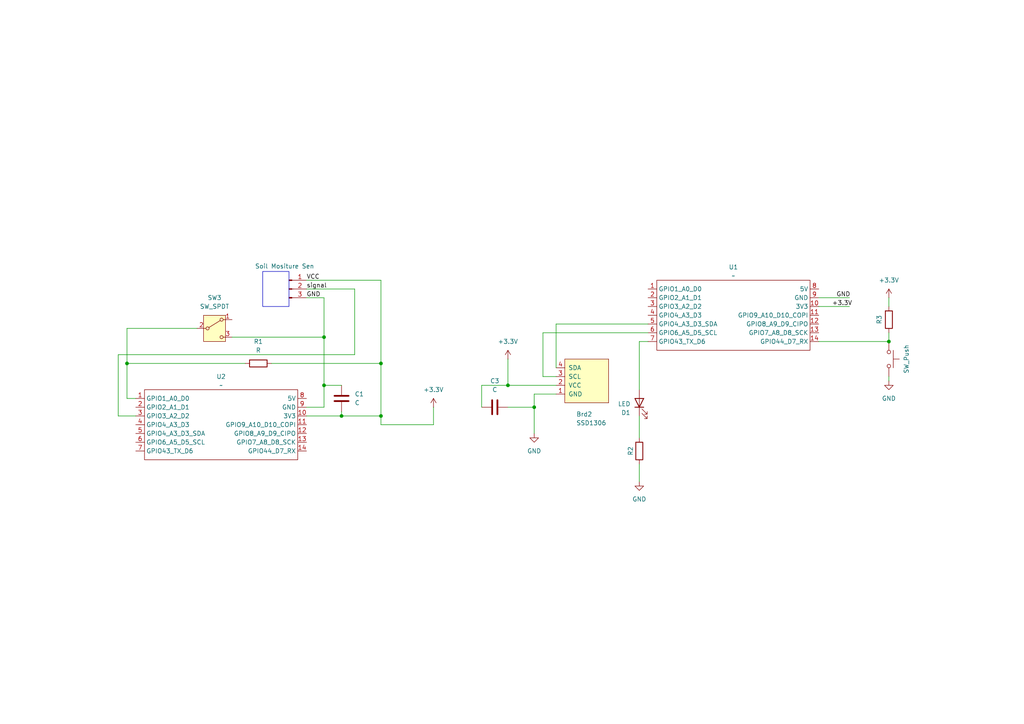
<source format=kicad_sch>
(kicad_sch (version 20231120) (generator "eeschema") (generator_version "8.0")
  (paper "A4")
  (lib_symbols
    (symbol "Connector:Conn_01x03_Pin" (pin_names (offset 1.016) hide)
      (property "Reference" "J" (at 0 5.08 0))
      (property "Value" "Conn_01x03_Pin" (at 0 -5.08 0))
      (symbol "Conn_01x03_Pin_1_1"
        (polyline (pts (xy 1.27 -2.54) (xy 0.8636 -2.54)) (stroke (width 0.1524)))
        (polyline (pts (xy 1.27 0) (xy 0.8636 0)) (stroke (width 0.1524)))
        (polyline (pts (xy 1.27 2.54) (xy 0.8636 2.54)) (stroke (width 0.1524)))
        (rectangle (start 0.8636 -2.413) (end 0 -2.667) (stroke (width 0.1524)) (fill (type outline)))
        (rectangle (start 0.8636 0.127) (end 0 -0.127) (stroke (width 0.1524)) (fill (type outline)))
        (rectangle (start 0.8636 2.667) (end 0 2.413) (stroke (width 0.1524)) (fill (type outline)))
        (pin passive line (at 5.08 2.54 180) (length 3.81) (name "Pin_1") (number "1"))
        (pin passive line (at 5.08 0 180) (length 3.81) (name "Pin_2") (number "2"))
        (pin passive line (at 5.08 -2.54 180) (length 3.81) (name "Pin_3") (number "3"))
      )
    )
    (symbol "Device:C" (pin_numbers hide) (pin_names (offset 0.254))
      (property "Reference" "C" (at 0.635 2.54 0))
      (property "Value" "C" (at 0.635 -2.54 0))
      (symbol "C_0_1"
        (polyline (pts (xy -2.032 -0.762) (xy 2.032 -0.762)) (stroke (width 0.508)))
        (polyline (pts (xy -2.032 0.762) (xy 2.032 0.762)) (stroke (width 0.508)))
      )
      (symbol "C_1_1"
        (pin passive line (at 0 3.81 270) (length 2.794) (name "~") (number "1"))
        (pin passive line (at 0 -3.81 90) (length 2.794) (name "~") (number "2"))
      )
    )
    (symbol "Device:LED" (pin_numbers hide) (pin_names (offset 1.016) hide)
      (property "Reference" "D" (at 0 2.54 0))
      (property "Value" "LED" (at 0 -2.54 0))
      (symbol "LED_0_1"
        (polyline (pts (xy -1.27 -1.27) (xy -1.27 1.27)) (stroke (width 0.254)))
        (polyline (pts (xy -1.27 0) (xy 1.27 0)))
        (polyline (pts (xy 1.27 -1.27) (xy 1.27 1.27) (xy -1.27 0) (xy 1.27 -1.27)) (stroke (width 0.254)))
        (polyline (pts (xy -3.048 -0.762) (xy -4.572 -2.286) (xy -3.81 -2.286) (xy -4.572 -2.286) (xy -4.572 -1.524)))
        (polyline (pts (xy -1.778 -0.762) (xy -3.302 -2.286) (xy -2.54 -2.286) (xy -3.302 -2.286) (xy -3.302 -1.524)))
      )
      (symbol "LED_1_1"
        (pin passive line (at -3.81 0 0) (length 2.54) (name "K") (number "1"))
        (pin passive line (at 3.81 0 180) (length 2.54) (name "A") (number "2"))
      )
    )
    (symbol "Device:R" (pin_numbers hide) (pin_names (offset 0))
      (property "Reference" "R" (at 2.032 0 90))
      (property "Value" "R" (at 0 0 90))
      (symbol "R_0_1"
        (rectangle (start -1.016 -2.54) (end 1.016 2.54) (stroke (width 0.254)))
      )
      (symbol "R_1_1"
        (pin passive line (at 0 3.81 270) (length 1.27) (name "~") (number "1"))
        (pin passive line (at 0 -3.81 90) (length 1.27) (name "~") (number "2"))
      )
    )
    (symbol "SSD1306-128x64_OLED:SSD1306" (pin_names (offset 1.016))
      (property "Reference" "Brd" (at 0 -3.81 0))
      (property "Value" "SSD1306" (at 0 -1.27 0))
      (symbol "SSD1306_0_1"
        (rectangle (start -6.35 6.35) (end 6.35 -6.35) (fill (type background)))
      )
      (symbol "SSD1306_1_1"
        (pin input line (at -3.81 8.89 270) (length 2.54) (name "GND") (number "1"))
        (pin input line (at -1.27 8.89 270) (length 2.54) (name "VCC") (number "2"))
        (pin input line (at 1.27 8.89 270) (length 2.54) (name "SCL") (number "3"))
        (pin input line (at 3.81 8.89 270) (length 2.54) (name "SDA") (number "4"))
      )
    )
    (symbol "Switch:SW_Push" (pin_numbers hide) (pin_names (offset 1.016) hide)
      (property "Reference" "SW" (at 1.27 2.54 0))
      (property "Value" "SW_Push" (at 0 -1.524 0))
      (symbol "SW_Push_0_1"
        (circle (center -2.032 0) (radius 0.508))
        (polyline (pts (xy 0 1.27) (xy 0 3.048)))
        (polyline (pts (xy 2.54 1.27) (xy -2.54 1.27)))
        (circle (center 2.032 0) (radius 0.508))
        (pin passive line (at -5.08 0 0) (length 2.54) (name "1") (number "1"))
        (pin passive line (at 5.08 0 180) (length 2.54) (name "2") (number "2"))
      )
    )
    (symbol "Switch:SW_SPDT" (pin_names (offset 0) hide)
      (property "Reference" "SW" (at 0 5.08 0))
      (property "Value" "SW_SPDT" (at 0 -5.08 0))
      (symbol "SW_SPDT_0_1"
        (circle (center -2.032 0) (radius 0.4572))
        (polyline (pts (xy -1.651 0.254) (xy 1.651 2.286)))
        (circle (center 2.032 -2.54) (radius 0.4572))
        (circle (center 2.032 2.54) (radius 0.4572))
      )
      (symbol "SW_SPDT_1_1"
        (rectangle (start -3.175 3.81) (end 3.175 -3.81) (fill (type background)))
        (pin passive line (at 5.08 2.54 180) (length 2.54) (name "A") (number "1"))
        (pin passive line (at -5.08 0 0) (length 2.54) (name "B") (number "2"))
        (pin passive line (at 5.08 -2.54 180) (length 2.54) (name "C") (number "3"))
      )
    )
    (symbol "esp32 C3 xiao:XIAO_ESP32_SENSE"
      (property "Reference" "U" (at 0 0 0))
      (symbol "XIAO_ESP32_SENSE_0_1"
        (polyline (pts (xy -20.32 8.89) (xy -20.32 -11.43) (xy 24.13 -11.43) (xy 24.13 8.89) (xy -20.32 8.89)))
      )
      (symbol "XIAO_ESP32_SENSE_1_1"
        (pin bidirectional line (at -22.86 6.35 0) (length 2.54) (name "GPIO1_A0_D0") (number "1"))
        (pin bidirectional line (at 26.67 1.27 180) (length 2.54) (name "3V3") (number "10"))
        (pin bidirectional line (at 26.67 -1.27 180) (length 2.54) (name "GPIO9_A10_D10_COPI") (number "11"))
        (pin bidirectional line (at 26.67 -3.81 180) (length 2.54) (name "GPIO8_A9_D9_CIPO") (number "12"))
        (pin bidirectional line (at 26.67 -6.35 180) (length 2.54) (name "GPIO7_A8_D8_SCK") (number "13"))
        (pin bidirectional line (at 26.67 -8.89 180) (length 2.54) (name "GPIO44_D7_RX") (number "14"))
        (pin bidirectional line (at -22.86 3.81 0) (length 2.54) (name "GPIO2_A1_D1") (number "2"))
        (pin bidirectional line (at -22.86 1.27 0) (length 2.54) (name "GPIO3_A2_D2") (number "3"))
        (pin bidirectional line (at -22.86 -1.27 0) (length 2.54) (name "GPIO4_A3_D3") (number "4"))
        (pin bidirectional line (at -22.86 -3.81 0) (length 2.54) (name "GPIO4_A3_D3_SDA") (number "5"))
        (pin bidirectional line (at -22.86 -6.35 0) (length 2.54) (name "GPIO6_A5_D5_SCL") (number "6"))
        (pin bidirectional line (at -22.86 -8.89 0) (length 2.54) (name "GPIO43_TX_D6") (number "7"))
        (pin bidirectional line (at 26.67 6.35 180) (length 2.54) (name "5V") (number "8"))
        (pin bidirectional line (at 26.67 3.81 180) (length 2.54) (name "GND") (number "9"))
      )
    )
    (symbol "power:+3.3V" (power) (pin_numbers hide) (pin_names (offset 0) hide)
      (property "Value" "+3.3V" (at 0 3.556 0))
      (symbol "+3.3V_0_1"
        (polyline (pts (xy -0.762 1.27) (xy 0 2.54)))
        (polyline (pts (xy 0 0) (xy 0 2.54)))
        (polyline (pts (xy 0 2.54) (xy 0.762 1.27)))
      )
      (symbol "+3.3V_1_1"
        (pin power_in line (at 0 0 90) (length 0) (name "~") (number "1"))
      )
    )
    (symbol "power:GND" (power) (pin_numbers hide) (pin_names (offset 0) hide)
      (property "Value" "GND" (at 0 -3.81 0))
      (symbol "GND_0_1"
        (polyline (pts (xy 0 0) (xy 0 -1.27) (xy 1.27 -1.27) (xy 0 -2.54) (xy -1.27 -1.27) (xy 0 -1.27)))
      )
      (symbol "GND_1_1"
        (pin power_in line (at 0 0 270) (length 0) (name "~") (number "1"))
      )
    )
  )
  (junction (at 36.83 105.41))
  (junction (at 257.81 99.06))
  (junction (at 154.94 118.11))
  (junction (at 93.98 97.79))
  (junction (at 147.32 111.76))
  (junction (at 110.49 105.41))
  (junction (at 99.06 120.65))
  (junction (at 93.98 111.76))
  (junction (at 110.49 120.65))
  (wire (pts (xy 99.06 119.38) (xy 99.06 120.65)))
  (wire (pts (xy 139.7 111.76) (xy 139.7 118.11)))
  (wire (pts (xy 36.83 105.41) (xy 71.12 105.41)))
  (wire (pts (xy 36.83 95.25) (xy 36.83 105.41)))
  (wire (pts (xy 110.49 123.19) (xy 125.73 123.19)))
  (wire (pts (xy 237.49 99.06) (xy 257.81 99.06)))
  (wire (pts (xy 161.29 93.98) (xy 187.96 93.98)))
  (wire (pts (xy 125.73 118.11) (xy 125.73 123.19)))
  (wire (pts (xy 257.81 86.36) (xy 257.81 88.9)))
  (wire (pts (xy 161.29 114.3) (xy 154.94 114.3)))
  (wire (pts (xy 110.49 105.41) (xy 110.49 120.65)))
  (wire (pts (xy 99.06 120.65) (xy 110.49 120.65)))
  (wire (pts (xy 154.94 118.11) (xy 154.94 125.73)))
  (wire (pts (xy 36.83 105.41) (xy 36.83 115.57)))
  (wire (pts (xy 88.9 118.11) (xy 93.98 118.11)))
  (wire (pts (xy 93.98 97.79) (xy 93.98 111.76)))
  (wire (pts (xy 237.49 86.36) (xy 246.38 86.36)))
  (wire (pts (xy 139.7 111.76) (xy 147.32 111.76)))
  (wire (pts (xy 257.81 96.52) (xy 257.81 99.06)))
  (wire (pts (xy 147.32 118.11) (xy 154.94 118.11)))
  (wire (pts (xy 157.48 96.52) (xy 157.48 109.22)))
  (wire (pts (xy 185.42 99.06) (xy 185.42 113.03)))
  (wire (pts (xy 187.96 96.52) (xy 157.48 96.52)))
  (wire (pts (xy 36.83 115.57) (xy 39.37 115.57)))
  (wire (pts (xy 78.74 105.41) (xy 110.49 105.41)))
  (wire (pts (xy 110.49 120.65) (xy 110.49 123.19)))
  (wire (pts (xy 157.48 109.22) (xy 161.29 109.22)))
  (wire (pts (xy 93.98 86.36) (xy 88.9 86.36)))
  (wire (pts (xy 36.83 95.25) (xy 57.15 95.25)))
  (wire (pts (xy 147.32 111.76) (xy 147.32 104.14)))
  (wire (pts (xy 257.81 109.22) (xy 257.81 110.49)))
  (wire (pts (xy 110.49 81.28) (xy 110.49 105.41)))
  (wire (pts (xy 185.42 99.06) (xy 187.96 99.06)))
  (wire (pts (xy 185.42 139.7) (xy 185.42 134.62)))
  (wire (pts (xy 88.9 81.28) (xy 110.49 81.28)))
  (wire (pts (xy 88.9 120.65) (xy 99.06 120.65)))
  (wire (pts (xy 99.06 111.76) (xy 93.98 111.76)))
  (wire (pts (xy 185.42 127) (xy 185.42 120.65)))
  (wire (pts (xy 34.29 120.65) (xy 39.37 120.65)))
  (wire (pts (xy 67.31 97.79) (xy 93.98 97.79)))
  (wire (pts (xy 34.29 102.87) (xy 102.87 102.87)))
  (wire (pts (xy 237.49 88.9) (xy 246.38 88.9)))
  (wire (pts (xy 161.29 106.68) (xy 161.29 93.98)))
  (wire (pts (xy 93.98 86.36) (xy 93.98 97.79)))
  (wire (pts (xy 161.29 111.76) (xy 147.32 111.76)))
  (wire (pts (xy 34.29 102.87) (xy 34.29 120.65)))
  (wire (pts (xy 88.9 83.82) (xy 102.87 83.82)))
  (wire (pts (xy 93.98 111.76) (xy 93.98 118.11)))
  (wire (pts (xy 102.87 83.82) (xy 102.87 102.87)))
  (wire (pts (xy 154.94 114.3) (xy 154.94 118.11)))
  (rectangle (start 76.2 78.74) (end 83.82 88.9))
  (label "GND" (at 88.9 86.36 0))
  (label "+3.3V" (at 241.3 88.9 0))
  (label "VCC" (at 88.9 81.28 0))
  (label "GND" (at 242.57 86.36 0))
  (label "signal" (at 88.9 83.82 0))
  (symbol (lib_id "Connector:Conn_01x03_Pin") (at 83.82 83.82 0) (unit 1)
    (property "Reference" "J1" (effects (hide yes)))
    (property "Value" "Soil Mositure Sen" (at 82.55 77.216 0))
    (property "Footprint" "Connector_PinHeader_2.54mm:PinHeader_1x03_P2.54mm_Vertical" (effects (hide yes)))
    (property "Description" "Generic connector, single row, 01x03, script generated" (effects (hide yes)))
  )
  (symbol (lib_id "Device:LED") (at 185.42 116.84 90) (unit 1)
    (property "Reference" "D1" (at 182.88 119.6976 90) (effects (justify left)))
    (property "Value" "LED" (at 182.88 117.1576 90) (effects (justify left)))
    (property "Footprint" "LED_SMD:LED_0805_2012Metric_Pad1.15x1.40mm_HandSolder" (effects (hide yes)))
    (property "Description" "Light emitting diode" (effects (hide yes)))
  )
  (symbol (lib_id "Switch:SW_SPDT") (at 62.23 95.25 0) (unit 1)
    (property "Reference" "SW3" (at 62.23 86.36 0))
    (property "Value" "SW_SPDT" (at 62.23 88.9 0))
    (property "Footprint" "Connector_PinHeader_2.54mm:PinHeader_1x03_P2.54mm_Vertical" (effects (hide yes)))
    (property "Description" "Switch, single pole double throw" (effects (hide yes)))
  )
  (symbol (lib_id "power:+3.3V") (at 125.73 118.11 0) (unit 1)
    (property "Reference" "#PWR03" (effects (hide yes)))
    (property "Value" "+3.3V" (at 125.73 113.03 0))
    (property "Description" "Power symbol creates a global label with name \"+3.3V\"" (effects (hide yes)))
  )
  (symbol (lib_id "esp32 C3 xiao:XIAO_ESP32_SENSE") (at 62.23 121.92 0) (unit 1)
    (property "Reference" "U2" (at 64.135 109.22 0))
    (property "Value" "~" (at 64.135 111.76 0))
    (property "Footprint" "514_KiCAD_Demo:XIAO_ESP32_SENSE" (effects (hide yes)))
  )
  (symbol (lib_id "Device:C") (at 99.06 115.57 0) (unit 1)
    (property "Reference" "C1" (at 102.87 114.2999 0) (effects (justify left)))
    (property "Value" "C" (at 102.87 116.8399 0) (effects (justify left)))
    (property "Footprint" "Capacitor_SMD:C_0805_2012Metric_Pad1.18x1.45mm_HandSolder" (effects (hide yes)))
    (property "Description" "Unpolarized capacitor" (effects (hide yes)))
  )
  (symbol (lib_id "power:+3.3V") (at 147.32 104.14 0) (unit 1)
    (property "Reference" "#PWR08" (effects (hide yes)))
    (property "Value" "+3.3V" (at 147.32 99.06 0))
    (property "Description" "Power symbol creates a global label with name \"+3.3V\"" (effects (hide yes)))
  )
  (symbol (lib_id "Device:R") (at 74.93 105.41 90) (unit 1)
    (property "Reference" "R1" (at 74.93 99.06 90))
    (property "Value" "R" (at 74.93 101.6 90))
    (property "Footprint" "Resistor_SMD:R_0805_2012Metric_Pad1.20x1.40mm_HandSolder" (effects (hide yes)))
    (property "Description" "Resistor" (effects (hide yes)))
  )
  (symbol (lib_id "esp32 C3 xiao:XIAO_ESP32_SENSE") (at 210.82 90.17 0) (unit 1)
    (property "Reference" "U1" (at 212.725 77.47 0))
    (property "Value" "~" (at 212.725 80.01 0))
    (property "Footprint" "514_KiCAD_Demo:XIAO_ESP32_SENSE" (effects (hide yes)))
  )
  (symbol (lib_id "power:GND") (at 154.94 125.73 0) (unit 1)
    (property "Reference" "#PWR07" (effects (hide yes)))
    (property "Value" "GND" (at 154.94 130.81 0))
    (property "Description" "Power symbol creates a global label with name \"GND\" , ground" (effects (hide yes)))
  )
  (symbol (lib_id "power:GND") (at 257.81 110.49 0) (unit 1)
    (property "Reference" "#PWR01" (effects (hide yes)))
    (property "Value" "GND" (at 257.81 115.57 0))
    (property "Description" "Power symbol creates a global label with name \"GND\" , ground" (effects (hide yes)))
  )
  (symbol (lib_id "Device:R") (at 257.81 92.71 180) (unit 1)
    (property "Reference" "R3" (at 255.016 92.71 90))
    (property "Value" "R" (effects (hide yes)))
    (property "Footprint" "Resistor_SMD:R_0805_2012Metric_Pad1.20x1.40mm_HandSolder" (effects (hide yes)))
    (property "Description" "Resistor" (effects (hide yes)))
  )
  (symbol (lib_id "SSD1306-128x64_OLED:SSD1306") (at 170.18 110.49 90) (unit 1)
    (property "Reference" "Brd2" (at 167.132 120.142 90) (effects (justify right)))
    (property "Value" "SSD1306" (at 167.132 122.682 90) (effects (justify right)))
    (property "Footprint" "SSD1306:128x64OLED" (effects (hide yes)))
    (property "Description" "SSD1306 OLED" (effects (hide yes)))
  )
  (symbol (lib_id "Device:R") (at 185.42 130.81 180) (unit 1)
    (property "Reference" "R2" (at 182.88 130.81 90))
    (property "Value" "R" (effects (hide yes)))
    (property "Footprint" "Resistor_SMD:R_0805_2012Metric_Pad1.20x1.40mm_HandSolder" (effects (hide yes)))
    (property "Description" "Resistor" (effects (hide yes)))
  )
  (symbol (lib_id "Device:C") (at 143.51 118.11 270) (unit 1)
    (property "Reference" "C3" (at 143.51 110.49 90))
    (property "Value" "C" (at 143.51 113.03 90))
    (property "Footprint" "Capacitor_SMD:C_0805_2012Metric_Pad1.18x1.45mm_HandSolder" (effects (hide yes)))
    (property "Description" "Unpolarized capacitor" (effects (hide yes)))
  )
  (symbol (lib_id "power:GND") (at 185.42 139.7 0) (unit 1)
    (property "Reference" "#PWR06" (effects (hide yes)))
    (property "Value" "GND" (at 185.42 144.78 0))
    (property "Description" "Power symbol creates a global label with name \"GND\" , ground" (effects (hide yes)))
  )
  (symbol (lib_id "power:+3.3V") (at 257.81 86.36 0) (unit 1)
    (property "Reference" "#PWR05" (effects (hide yes)))
    (property "Value" "+3.3V" (at 257.81 81.28 0))
    (property "Description" "Power symbol creates a global label with name \"+3.3V\"" (effects (hide yes)))
  )
  (symbol (lib_id "Switch:SW_Push") (at 257.81 104.14 270) (unit 1)
    (property "Reference" "SW1" (effects (hide yes)))
    (property "Value" "SW_Push" (at 262.89 104.14 0))
    (property "Footprint" "Connector_PinHeader_2.54mm:PinHeader_1x03_P2.54mm_Vertical" (effects (hide yes)))
    (property "Description" "Push button switch, generic, two pins" (effects (hide yes)))
  )
)
</source>
